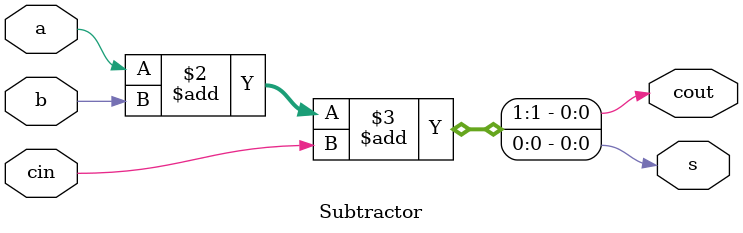
<source format=v>
module Subtractor (a, b, cin, s, cout);

input a, b, cin;
output reg s, cout;

always @ (*) begin
  {cout, s} = a + b + cin;
end

endmodule


</source>
